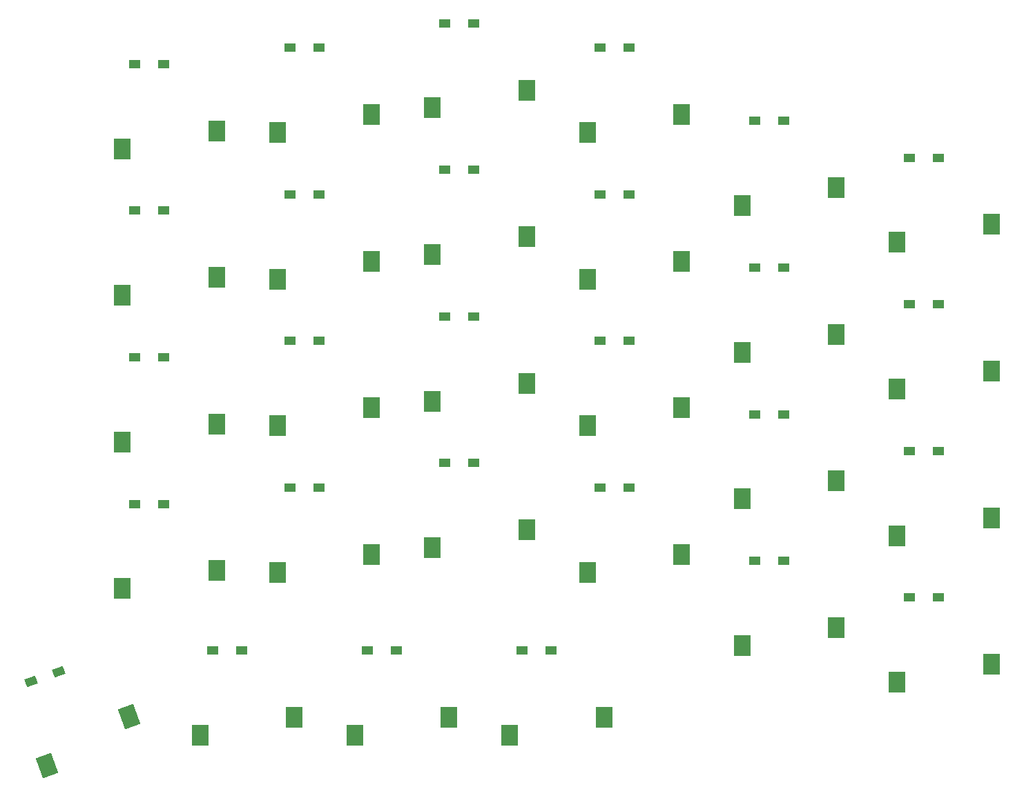
<source format=gtp>
%TF.GenerationSoftware,KiCad,Pcbnew,(6.0.11-0)*%
%TF.CreationDate,2023-02-11T14:18:37+08:00*%
%TF.ProjectId,V4,56342e6b-6963-4616-945f-706362585858,rev?*%
%TF.SameCoordinates,PX7bfa480PY6052340*%
%TF.FileFunction,Paste,Top*%
%TF.FilePolarity,Positive*%
%FSLAX46Y46*%
G04 Gerber Fmt 4.6, Leading zero omitted, Abs format (unit mm)*
G04 Created by KiCad (PCBNEW (6.0.11-0)) date 2023-02-11 14:18:37*
%MOMM*%
%LPD*%
G01*
G04 APERTURE LIST*
G04 Aperture macros list*
%AMRotRect*
0 Rectangle, with rotation*
0 The origin of the aperture is its center*
0 $1 length*
0 $2 width*
0 $3 Rotation angle, in degrees counterclockwise*
0 Add horizontal line*
21,1,$1,$2,0,0,$3*%
G04 Aperture macros list end*
%ADD10RotRect,1.400000X1.000000X20.000000*%
%ADD11R,1.400000X1.000000*%
%ADD12R,2.000000X2.600000*%
%ADD13RotRect,2.000000X2.600000X200.000000*%
G04 APERTURE END LIST*
D10*
%TO.C,D54*%
X-14467954Y-35307086D03*
X-11132046Y-34092914D03*
%TD*%
D11*
%TO.C,D53*%
X7725000Y-31500000D03*
X11275000Y-31500000D03*
%TD*%
%TO.C,D52*%
X26725000Y-31500000D03*
X30275000Y-31500000D03*
%TD*%
%TO.C,D51*%
X45725000Y-31500000D03*
X49275000Y-31500000D03*
%TD*%
%TO.C,D42*%
X-1775000Y-13500000D03*
X1775000Y-13500000D03*
%TD*%
%TO.C,D41*%
X17225000Y-11500000D03*
X20775000Y-11500000D03*
%TD*%
%TO.C,D40*%
X36225000Y-8500000D03*
X39775000Y-8500000D03*
%TD*%
%TO.C,D39*%
X55225000Y-11500000D03*
X58775000Y-11500000D03*
%TD*%
%TO.C,D38*%
X74225000Y-20500000D03*
X77775000Y-20500000D03*
%TD*%
%TO.C,D37*%
X93225000Y-25000000D03*
X96775000Y-25000000D03*
%TD*%
%TO.C,D30*%
X-1775000Y4500000D03*
X1775000Y4500000D03*
%TD*%
%TO.C,D29*%
X17225000Y6500000D03*
X20775000Y6500000D03*
%TD*%
%TO.C,D28*%
X36225000Y9500000D03*
X39775000Y9500000D03*
%TD*%
%TO.C,D27*%
X55225000Y6500000D03*
X58775000Y6500000D03*
%TD*%
%TO.C,D26*%
X74225000Y-2500000D03*
X77775000Y-2500000D03*
%TD*%
%TO.C,D25*%
X93225000Y-7000000D03*
X96775000Y-7000000D03*
%TD*%
%TO.C,D18*%
X-1775000Y22500000D03*
X1775000Y22500000D03*
%TD*%
%TO.C,D17*%
X17225000Y24500000D03*
X20775000Y24500000D03*
%TD*%
%TO.C,D16*%
X36225000Y27500000D03*
X39775000Y27500000D03*
%TD*%
%TO.C,D15*%
X55225000Y24500000D03*
X58775000Y24500000D03*
%TD*%
%TO.C,D14*%
X74225000Y15500000D03*
X77775000Y15500000D03*
%TD*%
%TO.C,D13*%
X93225000Y11000000D03*
X96775000Y11000000D03*
%TD*%
%TO.C,D6*%
X-1775000Y40500000D03*
X1775000Y40500000D03*
%TD*%
%TO.C,D5*%
X17225000Y42500002D03*
X20775000Y42500002D03*
%TD*%
%TO.C,D4*%
X36225000Y45500000D03*
X39775000Y45500000D03*
%TD*%
%TO.C,D3*%
X55225000Y42500000D03*
X58775000Y42500000D03*
%TD*%
%TO.C,D2*%
X74225000Y33500000D03*
X77775000Y33500000D03*
%TD*%
%TO.C,D1*%
X93225000Y29000000D03*
X96775000Y29000000D03*
%TD*%
D12*
%TO.C,SW17*%
X27255000Y16300000D03*
X15698000Y14100000D03*
%TD*%
%TO.C,SW29*%
X27255000Y-1700000D03*
X15698000Y-3900000D03*
%TD*%
%TO.C,SW51*%
X55755000Y-39700000D03*
X44198000Y-41900000D03*
%TD*%
%TO.C,SW15*%
X65255000Y16300000D03*
X53698000Y14100000D03*
%TD*%
%TO.C,SW3*%
X65255000Y34300000D03*
X53698000Y32100000D03*
%TD*%
%TO.C,SW4*%
X46255000Y37299997D03*
X34698000Y35099997D03*
%TD*%
%TO.C,SW26*%
X84255000Y-10700000D03*
X72698000Y-12900000D03*
%TD*%
%TO.C,SW38*%
X84255000Y-28700000D03*
X72698000Y-30900000D03*
%TD*%
%TO.C,SW27*%
X65255000Y-1700000D03*
X53698000Y-3900000D03*
%TD*%
%TO.C,SW52*%
X36755000Y-39700000D03*
X25198000Y-41900000D03*
%TD*%
%TO.C,SW13*%
X103255000Y2800000D03*
X91698000Y600000D03*
%TD*%
%TO.C,SW5*%
X27255000Y34300002D03*
X15698000Y32100002D03*
%TD*%
%TO.C,SW28*%
X46255000Y1300000D03*
X34698000Y-900000D03*
%TD*%
%TO.C,SW1*%
X103255000Y20800000D03*
X91698000Y18600000D03*
%TD*%
%TO.C,SW42*%
X8255000Y-21700000D03*
X-3302000Y-23900000D03*
%TD*%
%TO.C,SW14*%
X84255000Y7300000D03*
X72698000Y5100000D03*
%TD*%
%TO.C,SW30*%
X8255000Y-3700000D03*
X-3302000Y-5900000D03*
%TD*%
%TO.C,SW53*%
X17754996Y-39700000D03*
X6197996Y-41900000D03*
%TD*%
%TO.C,SW18*%
X8255000Y14300000D03*
X-3302000Y12100000D03*
%TD*%
%TO.C,SW40*%
X46255000Y-16700000D03*
X34698000Y-18900000D03*
%TD*%
%TO.C,SW41*%
X27255000Y-19700000D03*
X15698000Y-21900000D03*
%TD*%
%TO.C,SW39*%
X65255000Y-19700000D03*
X53698000Y-21900000D03*
%TD*%
%TO.C,SW6*%
X8255000Y32300000D03*
X-3302000Y30100000D03*
%TD*%
%TO.C,SW2*%
X84255000Y25300000D03*
X72698000Y23100000D03*
%TD*%
%TO.C,SW25*%
X103255000Y-15200000D03*
X91698000Y-17400000D03*
%TD*%
%TO.C,SW16*%
X46255000Y19300000D03*
X34698000Y17100000D03*
%TD*%
D13*
%TO.C,SW54*%
X-2447363Y-39617486D03*
X-12554946Y-45637537D03*
%TD*%
D12*
%TO.C,SW37*%
X103255000Y-33200000D03*
X91698000Y-35400000D03*
%TD*%
M02*

</source>
